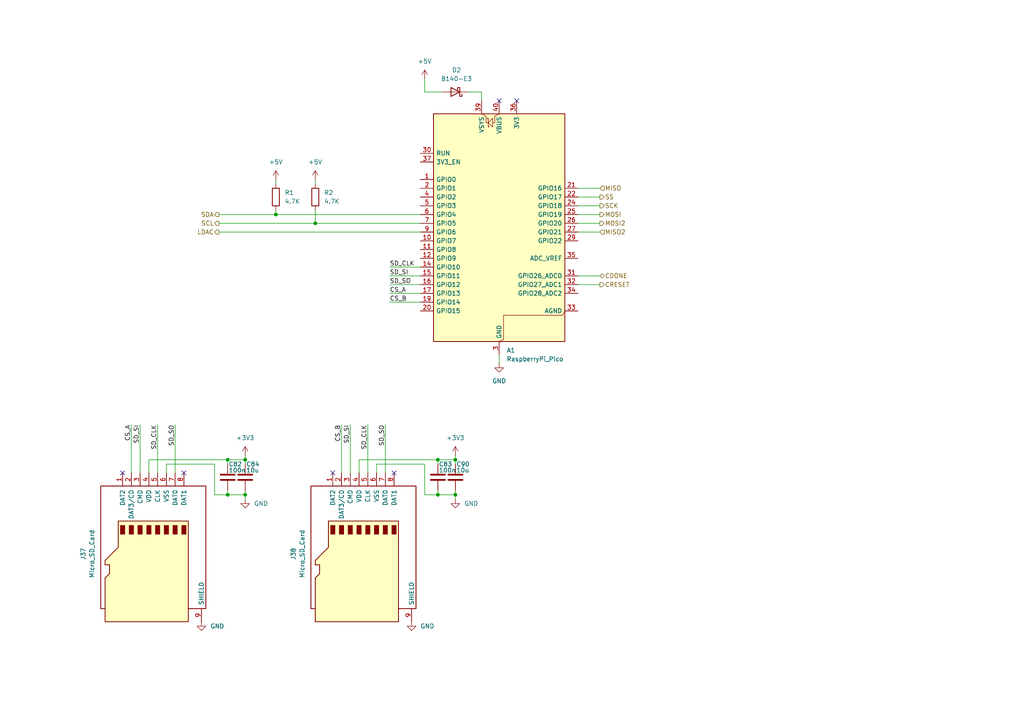
<source format=kicad_sch>
(kicad_sch (version 20250114) (generator "eeschema") (generator_version "9.0")
  (paper "A4")
  (lib_symbols
    (symbol "Connector:Micro_SD_Card" (pin_names (offset 1.016))
      (property "Reference" "J" (at -16.51 15.24 0))
      (property "Value" "Micro_SD_Card" (at 16.51 15.24 0))
      (symbol "Micro_SD_Card_0_1"
        (polyline (pts (xy -8.89 -11.43) (xy -8.89 8.89) (xy -1.27 8.89) (xy 2.54 12.7) (xy 3.81 12.7) (xy 3.81 11.43) (xy 6.35 11.43) (xy 7.62 12.7) (xy 20.32 12.7) (xy 20.32 -11.43) (xy -8.89 -11.43)) (stroke (width 0.254)) (fill (type background)))
        (rectangle (start -7.62 8.255) (end -5.08 6.985) (fill (type outline)))
        (rectangle (start -7.62 5.715) (end -5.08 4.445) (fill (type outline)))
        (rectangle (start -7.62 3.175) (end -5.08 1.905) (fill (type outline)))
        (rectangle (start -7.62 0.635) (end -5.08 -0.635) (fill (type outline)))
        (rectangle (start -7.62 -1.905) (end -5.08 -3.175) (fill (type outline)))
        (rectangle (start -7.62 -4.445) (end -5.08 -5.715) (fill (type outline)))
        (rectangle (start -7.62 -6.985) (end -5.08 -8.255) (fill (type outline)))
        (rectangle (start -7.62 -9.525) (end -5.08 -10.795) (fill (type outline)))
        (polyline (pts (xy 16.51 12.7) (xy 16.51 13.97) (xy -19.05 13.97) (xy -19.05 -16.51) (xy 16.51 -16.51) (xy 16.51 -11.43)) (stroke (width 0.254)))
      )
      (symbol "Micro_SD_Card_1_1"
        (pin bidirectional line (at -22.86 7.62 0) (length 3.81) (name "DAT2") (number "1"))
        (pin bidirectional line (at -22.86 5.08 0) (length 3.81) (name "DAT3/CD") (number "2"))
        (pin input line (at -22.86 2.54 0) (length 3.81) (name "CMD") (number "3"))
        (pin power_in line (at -22.86 0 0) (length 3.81) (name "VDD") (number "4"))
        (pin input line (at -22.86 -2.54 0) (length 3.81) (name "CLK") (number "5"))
        (pin power_in line (at -22.86 -5.08 0) (length 3.81) (name "VSS") (number "6"))
        (pin bidirectional line (at -22.86 -7.62 0) (length 3.81) (name "DAT0") (number "7"))
        (pin bidirectional line (at -22.86 -10.16 0) (length 3.81) (name "DAT1") (number "8"))
        (pin passive line (at 20.32 -15.24 180) (length 3.81) (name "SHIELD") (number "9"))
      )
    )
    (symbol "Device:C" (pin_numbers (hide yes)) (pin_names (offset 0.254))
      (property "Reference" "C" (at 0.635 2.54 0))
      (property "Value" "C" (at 0.635 -2.54 0))
      (symbol "C_0_1"
        (polyline (pts (xy -2.032 0.762) (xy 2.032 0.762)) (stroke (width 0.508)))
        (polyline (pts (xy -2.032 -0.762) (xy 2.032 -0.762)) (stroke (width 0.508)))
      )
      (symbol "C_1_1"
        (pin passive line (at 0 3.81 270) (length 2.794) (name "~") (number "1"))
        (pin passive line (at 0 -3.81 90) (length 2.794) (name "~") (number "2"))
      )
    )
    (symbol "Device:D_Schottky" (pin_numbers (hide yes)) (pin_names (offset 1.016) (hide yes))
      (property "Reference" "D" (at 0 2.54 0))
      (property "Value" "D_Schottky" (at 0 -2.54 0))
      (symbol "D_Schottky_0_1"
        (polyline (pts (xy -1.905 0.635) (xy -1.905 1.27) (xy -1.27 1.27) (xy -1.27 -1.27) (xy -0.635 -1.27) (xy -0.635 -0.635)) (stroke (width 0.254)))
        (polyline (pts (xy 1.27 1.27) (xy 1.27 -1.27) (xy -1.27 0) (xy 1.27 1.27)) (stroke (width 0.254)))
        (polyline (pts (xy 1.27 0) (xy -1.27 0)))
      )
      (symbol "D_Schottky_1_1"
        (pin passive line (at -3.81 0 0) (length 2.54) (name "K") (number "1"))
        (pin passive line (at 3.81 0 180) (length 2.54) (name "A") (number "2"))
      )
    )
    (symbol "Device:R" (pin_numbers (hide yes)) (pin_names (offset 0))
      (property "Reference" "R" (at 2.032 0 90))
      (property "Value" "R" (at 0 0 90))
      (symbol "R_0_1"
        (rectangle (start -1.016 -2.54) (end 1.016 2.54) (stroke (width 0.254)))
      )
      (symbol "R_1_1"
        (pin passive line (at 0 3.81 270) (length 1.27) (name "~") (number "1"))
        (pin passive line (at 0 -3.81 90) (length 1.27) (name "~") (number "2"))
      )
    )
    (symbol "MCU_Module:RaspberryPi_Pico" (pin_names (offset 0.762))
      (property "Reference" "A" (at -19.05 35.56 0))
      (property "Value" "RaspberryPi_Pico" (at 7.62 35.56 0))
      (symbol "RaspberryPi_Pico_0_1"
        (rectangle (start -19.05 34.29) (end 19.05 -31.75) (stroke (width 0.254)) (fill (type background)))
        (polyline (pts (xy -5.08 34.29) (xy -3.81 33.655) (xy -3.81 31.75) (xy -3.175 31.75)))
        (polyline (pts (xy -3.429 32.766) (xy -3.429 33.02) (xy -3.175 33.02) (xy -3.175 30.48) (xy -2.921 30.48) (xy -2.921 30.734)))
        (polyline (pts (xy -3.175 31.75) (xy -1.905 33.02) (xy -1.905 30.48) (xy -3.175 31.75)))
        (polyline (pts (xy 0 34.29) (xy -1.27 33.655) (xy -1.27 31.75) (xy -1.905 31.75)))
        (polyline (pts (xy 0 -31.75) (xy 1.27 -31.115) (xy 1.27 -24.13) (xy 18.415 -24.13) (xy 19.05 -22.86)))
      )
      (symbol "RaspberryPi_Pico_1_1"
        (pin passive line (at -22.86 22.86 0) (length 3.81) (name "RUN") (number "30"))
        (pin passive line (at -22.86 20.32 0) (length 3.81) (name "3V3_EN") (number "37"))
        (pin bidirectional line (at -22.86 15.24 0) (length 3.81) (name "GPIO0") (number "1"))
        (pin bidirectional line (at -22.86 12.7 0) (length 3.81) (name "GPIO1") (number "2"))
        (pin bidirectional line (at -22.86 10.16 0) (length 3.81) (name "GPIO2") (number "4"))
        (pin bidirectional line (at -22.86 7.62 0) (length 3.81) (name "GPIO3") (number "5"))
        (pin bidirectional line (at -22.86 5.08 0) (length 3.81) (name "GPIO4") (number "6"))
        (pin bidirectional line (at -22.86 2.54 0) (length 3.81) (name "GPIO5") (number "7"))
        (pin bidirectional line (at -22.86 0 0) (length 3.81) (name "GPIO6") (number "9"))
        (pin bidirectional line (at -22.86 -2.54 0) (length 3.81) (name "GPIO7") (number "10"))
        (pin bidirectional line (at -22.86 -5.08 0) (length 3.81) (name "GPIO8") (number "11"))
        (pin bidirectional line (at -22.86 -7.62 0) (length 3.81) (name "GPIO9") (number "12"))
        (pin bidirectional line (at -22.86 -10.16 0) (length 3.81) (name "GPIO10") (number "14"))
        (pin bidirectional line (at -22.86 -12.7 0) (length 3.81) (name "GPIO11") (number "15"))
        (pin bidirectional line (at -22.86 -15.24 0) (length 3.81) (name "GPIO12") (number "16"))
        (pin bidirectional line (at -22.86 -17.78 0) (length 3.81) (name "GPIO13") (number "17"))
        (pin bidirectional line (at -22.86 -20.32 0) (length 3.81) (name "GPIO14") (number "19"))
        (pin bidirectional line (at -22.86 -22.86 0) (length 3.81) (name "GPIO15") (number "20"))
        (pin power_in line (at -5.08 38.1 270) (length 3.81) (name "VSYS") (number "39"))
        (pin power_out line (at 0 38.1 270) (length 3.81) (name "VBUS") (number "40"))
        (pin passive line (at 0 -35.56 90) (length 3.81) (hide yes) (name "GND") (number "13"))
        (pin passive line (at 0 -35.56 90) (length 3.81) (hide yes) (name "GND") (number "18"))
        (pin passive line (at 0 -35.56 90) (length 3.81) (hide yes) (name "GND") (number "23"))
        (pin passive line (at 0 -35.56 90) (length 3.81) (hide yes) (name "GND") (number "28"))
        (pin power_out line (at 0 -35.56 90) (length 3.81) (name "GND") (number "3"))
        (pin passive line (at 0 -35.56 90) (length 3.81) (hide yes) (name "GND") (number "38"))
        (pin passive line (at 0 -35.56 90) (length 3.81) (hide yes) (name "GND") (number "8"))
        (pin power_out line (at 5.08 38.1 270) (length 3.81) (name "3V3") (number "36"))
        (pin bidirectional line (at 22.86 12.7 180) (length 3.81) (name "GPIO16") (number "21"))
        (pin bidirectional line (at 22.86 10.16 180) (length 3.81) (name "GPIO17") (number "22"))
        (pin bidirectional line (at 22.86 7.62 180) (length 3.81) (name "GPIO18") (number "24"))
        (pin bidirectional line (at 22.86 5.08 180) (length 3.81) (name "GPIO19") (number "25"))
        (pin bidirectional line (at 22.86 2.54 180) (length 3.81) (name "GPIO20") (number "26"))
        (pin bidirectional line (at 22.86 0 180) (length 3.81) (name "GPIO21") (number "27"))
        (pin bidirectional line (at 22.86 -2.54 180) (length 3.81) (name "GPIO22") (number "29"))
        (pin power_in line (at 22.86 -7.62 180) (length 3.81) (name "ADC_VREF") (number "35"))
        (pin bidirectional line (at 22.86 -12.7 180) (length 3.81) (name "GPIO26_ADC0") (number "31"))
        (pin bidirectional line (at 22.86 -15.24 180) (length 3.81) (name "GPIO27_ADC1") (number "32"))
        (pin bidirectional line (at 22.86 -17.78 180) (length 3.81) (name "GPIO28_ADC2") (number "34"))
        (pin power_out line (at 22.86 -22.86 180) (length 3.81) (name "AGND") (number "33"))
      )
    )
    (symbol "power:+3V3" (power) (pin_numbers (hide yes)) (pin_names (offset 0) (hide yes))
      (property "Value" "+3V3" (at 0 3.556 0))
      (symbol "+3V3_0_1"
        (polyline (pts (xy -0.762 1.27) (xy 0 2.54)))
        (polyline (pts (xy 0 2.54) (xy 0.762 1.27)))
        (polyline (pts (xy 0 0) (xy 0 2.54)))
      )
      (symbol "+3V3_1_1"
        (pin power_in line (at 0 0 90) (length 0) (name "~") (number "1"))
      )
    )
    (symbol "power:+5V" (power) (pin_numbers (hide yes)) (pin_names (offset 0) (hide yes))
      (property "Value" "+5V" (at 0 3.556 0))
      (symbol "+5V_0_1"
        (polyline (pts (xy -0.762 1.27) (xy 0 2.54)))
        (polyline (pts (xy 0 2.54) (xy 0.762 1.27)))
        (polyline (pts (xy 0 0) (xy 0 2.54)))
      )
      (symbol "+5V_1_1"
        (pin power_in line (at 0 0 90) (length 0) (name "~") (number "1"))
      )
    )
    (symbol "power:GND" (power) (pin_numbers (hide yes)) (pin_names (offset 0) (hide yes))
      (property "Value" "GND" (at 0 -3.81 0))
      (symbol "GND_0_1"
        (polyline (pts (xy 0 0) (xy 0 -1.27) (xy 1.27 -1.27) (xy 0 -2.54) (xy -1.27 -1.27) (xy 0 -1.27)))
      )
      (symbol "GND_1_1"
        (pin power_in line (at 0 0 270) (length 0) (name "~") (number "1"))
      )
    )
  )
  (junction (at 66.04 133.35))
  (junction (at 71.12 143.51))
  (junction (at 80.01 62.23))
  (junction (at 127 133.35))
  (junction (at 127 143.51))
  (junction (at 66.04 143.51))
  (junction (at 132.08 133.35))
  (junction (at 71.12 133.35))
  (junction (at 91.44 64.77))
  (junction (at 132.08 143.51))
  (no_connect (at 114.3 137.16))
  (no_connect (at 53.34 137.16))
  (no_connect (at 144.78 29.21))
  (no_connect (at 96.52 137.16))
  (no_connect (at 149.86 29.21))
  (no_connect (at 35.56 137.16))
  (wire (pts (xy 48.26 137.16) (xy 48.26 134.62)))
  (wire (pts (xy 48.26 134.62) (xy 62.23 134.62)))
  (wire (pts (xy 167.64 80.01) (xy 173.99 80.01)))
  (wire (pts (xy 132.08 143.51) (xy 132.08 142.24)))
  (wire (pts (xy 71.12 142.24) (xy 71.12 143.51)))
  (wire (pts (xy 123.19 22.86) (xy 123.19 26.67)))
  (wire (pts (xy 135.89 26.67) (xy 139.7 26.67)))
  (wire (pts (xy 80.01 60.96) (xy 80.01 62.23)))
  (wire (pts (xy 43.18 133.35) (xy 66.04 133.35)))
  (wire (pts (xy 91.44 52.07) (xy 91.44 53.34)))
  (wire (pts (xy 113.03 80.01) (xy 121.92 80.01)))
  (wire (pts (xy 132.08 133.35) (xy 132.08 134.62)))
  (wire (pts (xy 43.18 133.35) (xy 43.18 137.16)))
  (wire (pts (xy 104.14 133.35) (xy 104.14 137.16)))
  (wire (pts (xy 71.12 133.35) (xy 66.04 133.35)))
  (wire (pts (xy 104.14 133.35) (xy 127 133.35)))
  (wire (pts (xy 91.44 60.96) (xy 91.44 64.77)))
  (wire (pts (xy 101.6 123.19) (xy 101.6 137.16)))
  (wire (pts (xy 71.12 134.62) (xy 71.12 133.35)))
  (wire (pts (xy 63.5 64.77) (xy 91.44 64.77)))
  (wire (pts (xy 66.04 142.24) (xy 66.04 143.51)))
  (wire (pts (xy 113.03 77.47) (xy 121.92 77.47)))
  (wire (pts (xy 38.1 123.19) (xy 38.1 137.16)))
  (wire (pts (xy 167.64 67.31) (xy 173.99 67.31)))
  (wire (pts (xy 144.78 102.87) (xy 144.78 105.41)))
  (wire (pts (xy 109.22 134.62) (xy 123.19 134.62)))
  (wire (pts (xy 113.03 87.63) (xy 121.92 87.63)))
  (wire (pts (xy 91.44 64.77) (xy 121.92 64.77)))
  (wire (pts (xy 66.04 133.35) (xy 66.04 134.62)))
  (wire (pts (xy 127 133.35) (xy 132.08 133.35)))
  (wire (pts (xy 167.64 82.55) (xy 173.99 82.55)))
  (wire (pts (xy 99.06 123.19) (xy 99.06 137.16)))
  (wire (pts (xy 80.01 62.23) (xy 121.92 62.23)))
  (wire (pts (xy 128.27 26.67) (xy 123.19 26.67)))
  (wire (pts (xy 71.12 143.51) (xy 66.04 143.51)))
  (wire (pts (xy 123.19 134.62) (xy 123.19 143.51)))
  (wire (pts (xy 127 133.35) (xy 127 134.62)))
  (wire (pts (xy 40.64 123.19) (xy 40.64 137.16)))
  (wire (pts (xy 139.7 26.67) (xy 139.7 29.21)))
  (wire (pts (xy 127 142.24) (xy 127 143.51)))
  (wire (pts (xy 127 143.51) (xy 132.08 143.51)))
  (wire (pts (xy 109.22 137.16) (xy 109.22 134.62)))
  (wire (pts (xy 62.23 143.51) (xy 66.04 143.51)))
  (wire (pts (xy 167.64 59.69) (xy 173.99 59.69)))
  (wire (pts (xy 71.12 132.08) (xy 71.12 133.35)))
  (wire (pts (xy 123.19 143.51) (xy 127 143.51)))
  (wire (pts (xy 167.64 54.61) (xy 173.99 54.61)))
  (wire (pts (xy 62.23 134.62) (xy 62.23 143.51)))
  (wire (pts (xy 63.5 62.23) (xy 80.01 62.23)))
  (wire (pts (xy 106.68 123.19) (xy 106.68 137.16)))
  (wire (pts (xy 71.12 143.51) (xy 71.12 144.78)))
  (wire (pts (xy 45.72 123.19) (xy 45.72 137.16)))
  (wire (pts (xy 167.64 64.77) (xy 173.99 64.77)))
  (wire (pts (xy 113.03 85.09) (xy 121.92 85.09)))
  (wire (pts (xy 111.76 123.19) (xy 111.76 137.16)))
  (wire (pts (xy 63.5 67.31) (xy 121.92 67.31)))
  (wire (pts (xy 167.64 62.23) (xy 173.99 62.23)))
  (wire (pts (xy 80.01 52.07) (xy 80.01 53.34)))
  (wire (pts (xy 113.03 82.55) (xy 121.92 82.55)))
  (wire (pts (xy 167.64 57.15) (xy 173.99 57.15)))
  (wire (pts (xy 132.08 143.51) (xy 132.08 144.78)))
  (wire (pts (xy 132.08 132.08) (xy 132.08 133.35)))
  (wire (pts (xy 50.8 123.19) (xy 50.8 137.16)))
  (label "SD_CLK" (at 113.03 77.47 0))
  (label "SD_SI" (at 113.03 80.01 0))
  (label "SD_SI" (at 101.6 123.19 270))
  (label "SD_SO" (at 113.03 82.55 0))
  (label "CS_A" (at 113.03 85.09 0))
  (label "SD_CLK" (at 45.72 123.19 270))
  (label "SD_SI" (at 40.64 123.19 270))
  (label "CS_B" (at 99.06 123.19 270))
  (label "CS_B" (at 113.03 87.63 0))
  (label "SD_CLK" (at 106.68 123.19 270))
  (label "SD_SO" (at 50.8 123.19 270))
  (label "CS_A" (at 38.1 123.19 270))
  (label "SD_SO" (at 111.76 123.19 270))
  (hierarchical_label "LDAC" (shape output) (at 63.5 67.31 180))
  (hierarchical_label "MOSI" (shape output) (at 173.99 62.23 0))
  (hierarchical_label "SDA" (shape output) (at 63.5 62.23 180))
  (hierarchical_label "CDONE" (shape bidirectional) (at 173.99 80.01 0))
  (hierarchical_label "CRESET" (shape output) (at 173.99 82.55 0))
  (hierarchical_label "MISO" (shape input) (at 173.99 54.61 0))
  (hierarchical_label "SS" (shape output) (at 173.99 57.15 0))
  (hierarchical_label "SCK" (shape output) (at 173.99 59.69 0))
  (hierarchical_label "MISO2" (shape input) (at 173.99 67.31 0))
  (hierarchical_label "SCL" (shape output) (at 63.5 64.77 180))
  (hierarchical_label "MOSI2" (shape output) (at 173.99 64.77 0))
  (symbol (lib_id "power:GND") (at 58.42 180.34 0) (unit 1)
    (property "Reference" "#PWR0124" (effects (hide yes)))
    (property "Value" "GND" (at 60.96 181.6099 0) (effects (justify left)))
    (property "Description" "Power symbol creates a global label with name \"GND\" , ground" (effects (hide yes)))
  )
  (symbol (lib_id "power:+5V") (at 80.01 52.07 0) (unit 1)
    (property "Reference" "#PWR047" (effects (hide yes)))
    (property "Value" "+5V" (at 80.01 46.99 0))
    (property "Description" "Power symbol creates a global label with name \"+5V\"" (effects (hide yes)))
  )
  (symbol (lib_id "power:GND") (at 144.78 105.41 0) (unit 1)
    (property "Reference" "#PWR049" (effects (hide yes)))
    (property "Value" "GND" (at 144.78 110.49 0))
    (property "Description" "Power symbol creates a global label with name \"GND\" , ground" (effects (hide yes)))
  )
  (symbol (lib_id "Device:R") (at 91.44 57.15 0) (unit 1)
    (property "Reference" "R2" (at 93.98 55.8799 0) (effects (justify left)))
    (property "Value" "4.7K" (at 93.98 58.4199 0) (effects (justify left)))
    (property "Description" "Resistor" (effects (hide yes)))
  )
  (symbol (lib_id "Device:R") (at 80.01 57.15 0) (unit 1)
    (property "Reference" "R1" (at 82.55 55.8799 0) (effects (justify left)))
    (property "Value" "4.7K" (at 82.55 58.4199 0) (effects (justify left)))
    (property "Description" "Resistor" (effects (hide yes)))
  )
  (symbol (lib_id "power:+5V") (at 123.19 22.86 0) (unit 1)
    (property "Reference" "#PWR068" (effects (hide yes)))
    (property "Value" "+5V" (at 123.19 17.78 0))
    (property "Description" "Power symbol creates a global label with name \"+5V\"" (effects (hide yes)))
  )
  (symbol (lib_id "power:+3V3") (at 71.12 132.08 0) (unit 1)
    (property "Reference" "#PWR0133" (effects (hide yes)))
    (property "Value" "+3V3" (at 71.12 127 0))
    (property "Description" "Power symbol creates a global label with name \"+3V3\"" (effects (hide yes)))
  )
  (symbol (lib_id "power:GND") (at 71.12 144.78 0) (unit 1)
    (property "Reference" "#PWR0132" (effects (hide yes)))
    (property "Value" "GND" (at 73.66 146.0499 0) (effects (justify left)))
    (property "Description" "Power symbol creates a global label with name \"GND\" , ground" (effects (hide yes)))
  )
  (symbol (lib_id "power:+3V3") (at 132.08 132.08 0) (unit 1)
    (property "Reference" "#PWR0135" (effects (hide yes)))
    (property "Value" "+3V3" (at 132.08 127 0))
    (property "Description" "Power symbol creates a global label with name \"+3V3\"" (effects (hide yes)))
  )
  (symbol (lib_id "Device:C") (at 66.04 138.43 0) (unit 1)
    (property "Reference" "C82" (at 66.294 134.62 0) (effects (justify left)))
    (property "Value" "100n" (at 66.294 136.3981 0) (effects (justify left)))
    (property "Description" "Unpolarized capacitor" (effects (hide yes)))
  )
  (symbol (lib_id "Device:C") (at 132.08 138.43 0) (unit 1)
    (property "Reference" "C90" (at 132.334 134.62 0) (effects (justify left)))
    (property "Value" "10u" (at 132.334 136.3981 0) (effects (justify left)))
    (property "Description" "Unpolarized capacitor" (effects (hide yes)))
  )
  (symbol (lib_id "Connector:Micro_SD_Card") (at 43.18 160.02 90) (mirror x) (unit 1)
    (property "Reference" "J37" (at 24.13 160.655 0))
    (property "Value" "Micro_SD_Card" (at 26.67 160.655 0))
    (property "Datasheet" "https://www.we-online.com/components/products/datasheet/693072010801.pdf" (effects (hide yes)))
    (property "Description" "Micro SD Card Socket" (effects (hide yes)))
  )
  (symbol (lib_id "MCU_Module:RaspberryPi_Pico") (at 144.78 67.31 0) (unit 1)
    (property "Reference" "A1" (at 146.9233 101.6 0) (effects (justify left)))
    (property "Value" "RaspberryPi_Pico" (at 146.9233 104.14 0) (effects (justify left)))
    (property "Footprint" "Module:RaspberryPi_Pico_Common_Unspecified" (effects (hide yes)))
    (property "Datasheet" "https://datasheets.raspberrypi.com/pico/pico-datasheet.pdf" (effects (hide yes)))
    (property "Description" "Versatile and inexpensive microcontroller module powered by RP2040 dual-core Arm Cortex-M0+ processor up to 133 MHz, 264kB SRAM, 2MB QSPI flash; also supports Raspberry Pi Pico 2" (effects (hide yes)))
  )
  (symbol (lib_id "power:GND") (at 132.08 144.78 0) (unit 1)
    (property "Reference" "#PWR0134" (effects (hide yes)))
    (property "Value" "GND" (at 134.62 146.0499 0) (effects (justify left)))
    (property "Description" "Power symbol creates a global label with name \"GND\" , ground" (effects (hide yes)))
  )
  (symbol (lib_id "Device:C") (at 127 138.43 0) (unit 1)
    (property "Reference" "C83" (at 127.254 134.62 0) (effects (justify left)))
    (property "Value" "100n" (at 127.254 136.3981 0) (effects (justify left)))
    (property "Description" "Unpolarized capacitor" (effects (hide yes)))
  )
  (symbol (lib_id "power:+5V") (at 91.44 52.07 0) (unit 1)
    (property "Reference" "#PWR048" (effects (hide yes)))
    (property "Value" "+5V" (at 91.44 46.99 0))
    (property "Description" "Power symbol creates a global label with name \"+5V\"" (effects (hide yes)))
  )
  (symbol (lib_id "Device:D_Schottky") (at 132.08 26.67 180) (unit 1)
    (property "Reference" "D2" (at 132.3975 20.32 0))
    (property "Value" "B140-E3" (at 132.3975 22.86 0))
    (property "Description" "Schottky diode" (effects (hide yes)))
  )
  (symbol (lib_id "Device:C") (at 71.12 138.43 0) (unit 1)
    (property "Reference" "C84" (at 71.374 134.62 0) (effects (justify left)))
    (property "Value" "10u" (at 71.374 136.3981 0) (effects (justify left)))
    (property "Description" "Unpolarized capacitor" (effects (hide yes)))
  )
  (symbol (lib_id "Connector:Micro_SD_Card") (at 104.14 160.02 90) (mirror x) (unit 1)
    (property "Reference" "J38" (at 85.09 160.655 0))
    (property "Value" "Micro_SD_Card" (at 87.63 160.655 0))
    (property "Datasheet" "https://www.we-online.com/components/products/datasheet/693072010801.pdf" (effects (hide yes)))
    (property "Description" "Micro SD Card Socket" (effects (hide yes)))
  )
  (symbol (lib_id "power:GND") (at 119.38 180.34 0) (unit 1)
    (property "Reference" "#PWR0123" (effects (hide yes)))
    (property "Value" "GND" (at 121.92 181.6099 0) (effects (justify left)))
    (property "Description" "Power symbol creates a global label with name \"GND\" , ground" (effects (hide yes)))
  )
)
</source>
